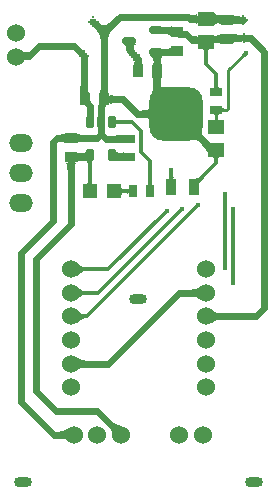
<source format=gtl>
G04*
G04 #@! TF.GenerationSoftware,Altium Limited,Altium Designer,24.10.1 (45)*
G04*
G04 Layer_Physical_Order=1*
G04 Layer_Color=255*
%FSLAX44Y44*%
%MOMM*%
G71*
G04*
G04 #@! TF.SameCoordinates,DE934D07-760A-40F3-A6A2-C4044611B154*
G04*
G04*
G04 #@! TF.FilePolarity,Positive*
G04*
G01*
G75*
G04:AMPARAMS|DCode=13|XSize=1.1mm|YSize=0.6mm|CornerRadius=0.15mm|HoleSize=0mm|Usage=FLASHONLY|Rotation=270.000|XOffset=0mm|YOffset=0mm|HoleType=Round|Shape=RoundedRectangle|*
%AMROUNDEDRECTD13*
21,1,1.1000,0.3000,0,0,270.0*
21,1,0.8000,0.6000,0,0,270.0*
1,1,0.3000,-0.1500,-0.4000*
1,1,0.3000,-0.1500,0.4000*
1,1,0.3000,0.1500,0.4000*
1,1,0.3000,0.1500,-0.4000*
%
%ADD13ROUNDEDRECTD13*%
G04:AMPARAMS|DCode=14|XSize=1.15mm|YSize=0.6mm|CornerRadius=0.15mm|HoleSize=0mm|Usage=FLASHONLY|Rotation=180.000|XOffset=0mm|YOffset=0mm|HoleType=Round|Shape=RoundedRectangle|*
%AMROUNDEDRECTD14*
21,1,1.1500,0.3000,0,0,180.0*
21,1,0.8500,0.6000,0,0,180.0*
1,1,0.3000,-0.4250,0.1500*
1,1,0.3000,0.4250,0.1500*
1,1,0.3000,0.4250,-0.1500*
1,1,0.3000,-0.4250,-0.1500*
%
%ADD14ROUNDEDRECTD14*%
%ADD15R,0.7500X1.0000*%
%ADD17R,1.4500X1.1500*%
%ADD18R,0.9500X1.0000*%
G04:AMPARAMS|DCode=19|XSize=4.5mm|YSize=4.5mm|CornerRadius=1.125mm|HoleSize=0mm|Usage=FLASHONLY|Rotation=0.000|XOffset=0mm|YOffset=0mm|HoleType=Round|Shape=RoundedRectangle|*
%AMROUNDEDRECTD19*
21,1,4.5000,2.2500,0,0,0.0*
21,1,2.2500,4.5000,0,0,0.0*
1,1,2.2500,1.1250,-1.1250*
1,1,2.2500,-1.1250,-1.1250*
1,1,2.2500,-1.1250,1.1250*
1,1,2.2500,1.1250,1.1250*
%
%ADD19ROUNDEDRECTD19*%
%ADD20R,0.9500X1.4500*%
%ADD21R,1.0000X0.9500*%
%ADD22R,1.0000X0.7500*%
%ADD34R,1.2000X1.2000*%
%ADD35C,0.6000*%
%ADD36C,0.3000*%
%ADD37C,0.2540*%
%ADD38C,0.5080*%
%ADD39C,1.0000*%
%ADD40O,2.0000X1.5000*%
%ADD41C,1.5240*%
%ADD42O,1.5000X0.9000*%
%ADD43C,0.4000*%
%ADD44C,0.3000*%
G36*
X53779Y317442D02*
X53576Y316927D01*
X53520Y316350D01*
X53610Y315712D01*
X53847Y315011D01*
X54229Y314249D01*
X54758Y313424D01*
X55434Y312538D01*
X56255Y311589D01*
X57223Y310579D01*
X56561Y309916D01*
X57320Y310482D01*
X58618Y309227D01*
X60915Y307270D01*
X61913Y306569D01*
X62811Y306052D01*
X63610Y305720D01*
X64309Y305573D01*
X64907Y305610D01*
X65406Y305833D01*
X65806Y306239D01*
X58821Y296254D01*
X59071Y296810D01*
X59125Y297477D01*
X58981Y298257D01*
X58640Y299149D01*
X58103Y300154D01*
X57368Y301271D01*
X56436Y302500D01*
X53980Y305295D01*
X52771Y306537D01*
X51971Y307304D01*
X50136Y308802D01*
X49311Y309331D01*
X48549Y309713D01*
X47848Y309950D01*
X47210Y310040D01*
X46633Y309984D01*
X46118Y309781D01*
X45665Y309432D01*
X47613Y311381D01*
X47554Y311417D01*
X47345Y311520D01*
X47164Y311581D01*
X47010Y311600D01*
X51960Y316550D01*
X51979Y316396D01*
X52040Y316215D01*
X52143Y316006D01*
X52179Y315947D01*
X54128Y317895D01*
X53779Y317442D01*
D02*
G37*
G36*
X-12590Y306681D02*
X-12650Y306817D01*
X-12830Y306940D01*
X-13130Y307048D01*
X-13550Y307141D01*
X-14090Y307220D01*
X-15530Y307335D01*
X-18590Y307400D01*
Y313400D01*
X-17450Y313407D01*
X-13550Y313659D01*
X-13130Y313753D01*
X-12830Y313861D01*
X-12650Y313983D01*
X-12590Y314120D01*
Y306681D01*
D02*
G37*
G36*
X-52120Y315293D02*
X-51940Y315000D01*
X-51640Y314742D01*
X-51220Y314519D01*
X-50680Y314330D01*
X-50020Y314175D01*
X-49240Y314055D01*
X-48340Y313969D01*
X-46180Y313900D01*
Y307900D01*
X-47320Y307883D01*
X-49240Y307745D01*
X-50020Y307625D01*
X-50680Y307470D01*
X-51220Y307281D01*
X-51640Y307057D01*
X-51940Y306799D01*
X-52120Y306507D01*
X-52180Y306180D01*
Y315619D01*
X-52120Y315293D01*
D02*
G37*
G36*
X-62119Y306180D02*
X-62179Y306507D01*
X-62359Y306799D01*
X-62659Y307057D01*
X-63079Y307281D01*
X-63619Y307470D01*
X-64279Y307625D01*
X-65059Y307745D01*
X-65959Y307831D01*
X-68119Y307900D01*
Y313900D01*
X-66979Y313917D01*
X-65059Y314055D01*
X-64279Y314175D01*
X-63619Y314330D01*
X-63079Y314519D01*
X-62659Y314742D01*
X-62359Y315000D01*
X-62179Y315293D01*
X-62119Y315619D01*
Y306180D01*
D02*
G37*
G36*
X-43351Y291460D02*
X-43024D01*
X-43055Y291935D01*
X-43148Y292321D01*
X-43254Y292603D01*
X-43373Y292780D01*
X-39127D01*
X-39246Y292603D01*
X-39351Y292321D01*
X-39445Y291935D01*
X-39523Y291460D01*
X-38690D01*
X-38892Y291299D01*
X-39072Y291096D01*
X-39231Y290854D01*
X-39369Y290571D01*
X-39485Y290247D01*
X-39580Y289883D01*
X-39655Y289478D01*
X-39681Y289258D01*
X-39744Y287421D01*
X-39750Y286302D01*
X-42750D01*
X-42756Y287421D01*
X-42919Y289880D01*
X-42919Y289883D01*
X-43015Y290247D01*
X-43131Y290571D01*
X-43269Y290854D01*
X-43428Y291096D01*
X-43588Y291276D01*
X-43597Y291281D01*
X-43960Y291411D01*
X-44414Y291525D01*
X-44957Y291625D01*
X-46313Y291778D01*
X-47730Y291854D01*
X-49240Y291745D01*
X-50020Y291625D01*
X-50680Y291470D01*
X-51220Y291281D01*
X-51641Y291057D01*
X-51940Y290800D01*
X-52120Y290507D01*
X-52181Y290180D01*
X-52555Y290121D01*
X-52889Y289940D01*
X-53185Y289641D01*
X-53441Y289221D01*
X-53658Y288680D01*
X-53835Y288020D01*
X-53973Y287241D01*
X-54071Y286341D01*
X-54150Y284181D01*
X-60150D01*
X-60170Y285320D01*
X-60327Y287241D01*
X-60465Y288020D01*
X-60642Y288680D01*
X-60859Y289221D01*
X-61115Y289641D01*
X-61410Y289940D01*
X-61745Y290121D01*
X-62119Y290180D01*
X-52181D01*
Y299620D01*
X-52120Y299293D01*
X-51940Y299000D01*
X-51641Y298743D01*
X-51220Y298519D01*
X-50680Y298330D01*
X-50020Y298175D01*
X-49240Y298055D01*
X-48452Y297979D01*
X-47970Y298020D01*
X-47029Y298169D01*
X-46220Y298379D01*
X-45543Y298648D01*
X-44999Y298978D01*
X-44587Y299367D01*
X-44307Y299816D01*
X-44159Y300325D01*
X-44143Y300894D01*
X-43351Y291460D01*
D02*
G37*
G36*
X68044Y298223D02*
X67938Y297941D01*
X67845Y297555D01*
X67764Y297064D01*
X67640Y295769D01*
X67607Y294831D01*
X69040D01*
X68755Y294801D01*
X68500Y294710D01*
X68275Y294558D01*
X68080Y294346D01*
X67915Y294073D01*
X67780Y293740D01*
X67675Y293346D01*
X67600Y292891D01*
X67555Y292376D01*
X67540Y291800D01*
X64540D01*
X64525Y292376D01*
X64480Y292891D01*
X64405Y293346D01*
X64300Y293740D01*
X64165Y294073D01*
X64000Y294346D01*
X63805Y294558D01*
X63580Y294710D01*
X63325Y294801D01*
X63040Y294831D01*
X64415D01*
X64235Y297555D01*
X64142Y297941D01*
X64036Y298223D01*
X63917Y298400D01*
X68163D01*
X68044Y298223D01*
D02*
G37*
G36*
X-19563Y300816D02*
X-19396Y300309D01*
X-19096Y299862D01*
X-18662Y299474D01*
X-18095Y299146D01*
X-17393Y298877D01*
X-16558Y298668D01*
X-15626Y298525D01*
X-13549Y298659D01*
X-13130Y298752D01*
X-12830Y298860D01*
X-12650Y298983D01*
X-12589Y299119D01*
Y291680D01*
X-12650Y291817D01*
X-12830Y291940D01*
X-13130Y292047D01*
X-13549Y292141D01*
X-14089Y292220D01*
X-15247Y292313D01*
X-16784Y292198D01*
X-17505Y292084D01*
X-18761Y291780D01*
X-19295Y291591D01*
X-19767Y291376D01*
X-20177Y291136D01*
X-19596Y301383D01*
X-19563Y300816D01*
D02*
G37*
G36*
X29455Y279524D02*
X29500Y279009D01*
X29575Y278554D01*
X29680Y278160D01*
X29815Y277827D01*
X29980Y277554D01*
X30175Y277342D01*
X30400Y277190D01*
X30655Y277099D01*
X30940Y277069D01*
X24940D01*
X25225Y277099D01*
X25480Y277190D01*
X25705Y277342D01*
X25900Y277554D01*
X26065Y277827D01*
X26200Y278160D01*
X26305Y278554D01*
X26380Y279009D01*
X26425Y279524D01*
X26440Y280100D01*
X29440D01*
X29455Y279524D01*
D02*
G37*
G36*
X55341Y277450D02*
X54575Y276662D01*
X52868Y274642D01*
X52498Y274083D01*
X52226Y273582D01*
X52053Y273137D01*
X51979Y272750D01*
X52005Y272420D01*
X52129Y272147D01*
X48627Y277069D01*
X48826Y276871D01*
X49075Y276764D01*
X49374Y276750D01*
X49723Y276827D01*
X50122Y276996D01*
X50572Y277257D01*
X51071Y277610D01*
X51620Y278055D01*
X52870Y279221D01*
X55341Y277450D01*
D02*
G37*
G36*
X-39735Y274464D02*
X-39690Y273948D01*
X-39615Y273494D01*
X-39510Y273100D01*
X-39375Y272767D01*
X-39210Y272494D01*
X-39015Y272282D01*
X-38790Y272130D01*
X-38535Y272039D01*
X-38250Y272009D01*
X-44250D01*
X-43965Y272039D01*
X-43710Y272130D01*
X-43485Y272282D01*
X-43290Y272494D01*
X-43125Y272767D01*
X-42990Y273100D01*
X-42885Y273494D01*
X-42810Y273948D01*
X-42765Y274464D01*
X-42750Y275039D01*
X-39750D01*
X-39735Y274464D01*
D02*
G37*
G36*
X11555Y273470D02*
X11600Y272959D01*
X11675Y272509D01*
X11780Y272120D01*
X11915Y271789D01*
X12080Y271520D01*
X12275Y271310D01*
X12500Y271159D01*
X12755Y271070D01*
X13040Y271040D01*
X7040D01*
X7325Y271070D01*
X7580Y271159D01*
X7805Y271310D01*
X8000Y271520D01*
X8165Y271789D01*
X8300Y272120D01*
X8405Y272509D01*
X8480Y272959D01*
X8525Y273470D01*
X8540Y274039D01*
X11540D01*
X11555Y273470D01*
D02*
G37*
G36*
X-8649Y263070D02*
X-8679Y263355D01*
X-8770Y263610D01*
X-8922Y263835D01*
X-9134Y264030D01*
X-9407Y264195D01*
X-9740Y264330D01*
X-10134Y264435D01*
X-10589Y264510D01*
X-11104Y264555D01*
X-11480Y264565D01*
X-11856Y264555D01*
X-12371Y264510D01*
X-12826Y264435D01*
X-13220Y264330D01*
X-13553Y264195D01*
X-13826Y264030D01*
X-14038Y263835D01*
X-14190Y263610D01*
X-14281Y263355D01*
X-14311Y263070D01*
Y269070D01*
X-14281Y268785D01*
X-14190Y268530D01*
X-14038Y268305D01*
X-13826Y268110D01*
X-13553Y267945D01*
X-13220Y267810D01*
X-12826Y267705D01*
X-12371Y267630D01*
X-11856Y267585D01*
X-11480Y267575D01*
X-11104Y267585D01*
X-10589Y267630D01*
X-10134Y267705D01*
X-9740Y267810D01*
X-9407Y267945D01*
X-9134Y268110D01*
X-8922Y268305D01*
X-8770Y268530D01*
X-8679Y268785D01*
X-8649Y269070D01*
Y263070D01*
D02*
G37*
G36*
X-50816Y204606D02*
X-49386Y203379D01*
X-48698Y202880D01*
X-48029Y202458D01*
X-47378Y202113D01*
X-46745Y201845D01*
X-46131Y201653D01*
X-45535Y201538D01*
X-44957Y201500D01*
Y198500D01*
X-45535Y198462D01*
X-46131Y198347D01*
X-46745Y198155D01*
X-47378Y197887D01*
X-48029Y197542D01*
X-48698Y197120D01*
X-49386Y196621D01*
X-50092Y196046D01*
X-51558Y194666D01*
Y205334D01*
X-50816Y204606D01*
D02*
G37*
G36*
X51518Y174666D02*
X51045Y175110D01*
X50541Y175506D01*
X50005Y175856D01*
X49439Y176160D01*
X48841Y176416D01*
X48211Y176627D01*
X47551Y176790D01*
X46860Y176907D01*
X46137Y176977D01*
X45383Y177000D01*
Y183000D01*
X46137Y183023D01*
X46860Y183093D01*
X47551Y183210D01*
X48211Y183373D01*
X48841Y183584D01*
X49439Y183840D01*
X50005Y184144D01*
X50541Y184494D01*
X51045Y184890D01*
X51518Y185334D01*
Y174666D01*
D02*
G37*
G36*
X-50816Y184606D02*
X-49386Y183379D01*
X-48698Y182880D01*
X-48029Y182458D01*
X-47378Y182113D01*
X-46745Y181845D01*
X-46131Y181653D01*
X-45535Y181538D01*
X-44957Y181500D01*
Y178500D01*
X-45535Y178462D01*
X-46131Y178347D01*
X-46745Y178155D01*
X-47378Y177887D01*
X-48029Y177542D01*
X-48698Y177120D01*
X-49386Y176621D01*
X-50092Y176046D01*
X-51558Y174666D01*
Y185334D01*
X-50816Y184606D01*
D02*
G37*
G36*
X62875Y164891D02*
X63379Y164494D01*
X63915Y164144D01*
X64481Y163840D01*
X65079Y163584D01*
X65708Y163373D01*
X66369Y163210D01*
X67060Y163093D01*
X67783Y163023D01*
X68537Y163000D01*
Y157000D01*
X67783Y156977D01*
X67060Y156907D01*
X66369Y156790D01*
X65708Y156627D01*
X65079Y156417D01*
X64481Y156160D01*
X63915Y155856D01*
X63379Y155506D01*
X62875Y155110D01*
X62402Y154666D01*
Y165334D01*
X62875Y164891D01*
D02*
G37*
G36*
X-50816Y164606D02*
X-49386Y163379D01*
X-48698Y162880D01*
X-48029Y162458D01*
X-47378Y162113D01*
X-46745Y161845D01*
X-46131Y161653D01*
X-45535Y161538D01*
X-44957Y161500D01*
Y158500D01*
X-45535Y158462D01*
X-46131Y158347D01*
X-46745Y158155D01*
X-47378Y157887D01*
X-48029Y157542D01*
X-48698Y157120D01*
X-49386Y156621D01*
X-50092Y156046D01*
X-51558Y154666D01*
Y165334D01*
X-50816Y164606D01*
D02*
G37*
G36*
X-51085Y124891D02*
X-50581Y124494D01*
X-50045Y124144D01*
X-49479Y123840D01*
X-48881Y123583D01*
X-48252Y123373D01*
X-47591Y123210D01*
X-46900Y123093D01*
X-46177Y123023D01*
X-45423Y123000D01*
Y117000D01*
X-46177Y116977D01*
X-46900Y116907D01*
X-47591Y116790D01*
X-48252Y116627D01*
X-48881Y116417D01*
X-49479Y116160D01*
X-50045Y115856D01*
X-50581Y115506D01*
X-51085Y115110D01*
X-51558Y114666D01*
Y125334D01*
X-51085Y124891D01*
D02*
G37*
G36*
X-20125Y69791D02*
X-19564Y69329D01*
X-18993Y68923D01*
X-18411Y68572D01*
X-17817Y68275D01*
X-17213Y68034D01*
X-16598Y67848D01*
X-15971Y67717D01*
X-15334Y67641D01*
X-14686Y67620D01*
X-22230Y60076D01*
X-22251Y60724D01*
X-22327Y61361D01*
X-22458Y61988D01*
X-22644Y62603D01*
X-22885Y63207D01*
X-23181Y63801D01*
X-23533Y64383D01*
X-23939Y64955D01*
X-24401Y65515D01*
X-24917Y66065D01*
X-20675Y70307D01*
X-20125Y69791D01*
D02*
G37*
G36*
X-60052Y54666D02*
X-60525Y55110D01*
X-61029Y55506D01*
X-61565Y55856D01*
X-62132Y56160D01*
X-62729Y56417D01*
X-63358Y56627D01*
X-64019Y56790D01*
X-64710Y56907D01*
X-65433Y56977D01*
X-66187Y57000D01*
Y63000D01*
X-65433Y63023D01*
X-64710Y63093D01*
X-64019Y63210D01*
X-63358Y63373D01*
X-62729Y63583D01*
X-62132Y63840D01*
X-61565Y64144D01*
X-61029Y64494D01*
X-60525Y64890D01*
X-60052Y65334D01*
Y54666D01*
D02*
G37*
G36*
X-21702Y403425D02*
X-22508Y402559D01*
X-23230Y401658D01*
X-23866Y400721D01*
X-24418Y399750D01*
X-24884Y398743D01*
X-25266Y397701D01*
X-25563Y396624D01*
X-25775Y395512D01*
X-25903Y394365D01*
X-25945Y393182D01*
X-31945D01*
X-31988Y394365D01*
X-32115Y395512D01*
X-32327Y396624D01*
X-32624Y397701D01*
X-33006Y398743D01*
X-33472Y399750D01*
X-34024Y400721D01*
X-34660Y401658D01*
X-35382Y402559D01*
X-36188Y403425D01*
X-33188Y408910D01*
X-32339Y408147D01*
X-31491Y407553D01*
X-30642Y407128D01*
X-29794Y406874D01*
X-28945Y406789D01*
X-28096Y406874D01*
X-27248Y407128D01*
X-26400Y407553D01*
X-25551Y408147D01*
X-24702Y408910D01*
X-21702Y403425D01*
D02*
G37*
G36*
X79960Y415623D02*
X80140Y415331D01*
X80440Y415073D01*
X80859Y414849D01*
X81399Y414660D01*
X82059Y414505D01*
X82839Y414385D01*
X83740Y414299D01*
X85899Y414230D01*
Y408230D01*
X84760Y408213D01*
X82839Y408075D01*
X82059Y407955D01*
X81399Y407800D01*
X80859Y407611D01*
X80440Y407388D01*
X80140Y407130D01*
X79960Y406837D01*
X79900Y406511D01*
Y415950D01*
X79960Y415623D01*
D02*
G37*
G36*
X64429Y417025D02*
X64609Y416515D01*
X64910Y416065D01*
X65329Y415675D01*
X65869Y415345D01*
X66529Y415075D01*
X67309Y414865D01*
X67682Y414803D01*
X67800Y414812D01*
X68460Y414934D01*
X69001Y415083D01*
X69420Y415259D01*
X69721Y415462D01*
X69900Y415692D01*
X69960Y415950D01*
Y414606D01*
X70370Y414595D01*
Y408595D01*
X69960Y408587D01*
Y406511D01*
X69900Y406907D01*
X69721Y407261D01*
X69420Y407574D01*
X69001Y407845D01*
X68460Y408074D01*
X67800Y408261D01*
X67235Y408367D01*
X66529Y408218D01*
X65869Y408006D01*
X65329Y407747D01*
X64910Y407441D01*
X64609Y407088D01*
X64429Y406688D01*
X64370Y406241D01*
Y408587D01*
X63960Y408595D01*
Y414595D01*
X64370Y414600D01*
Y417595D01*
X64429Y417025D01*
D02*
G37*
G36*
X49931Y406241D02*
X49871Y406757D01*
X49690Y407220D01*
X49391Y407627D01*
X48970Y407981D01*
X48431Y408280D01*
X47771Y408525D01*
X46990Y408715D01*
X46090Y408851D01*
X45071Y408933D01*
X43931Y408960D01*
Y414960D01*
X45071Y414987D01*
X46090Y415069D01*
X46990Y415205D01*
X47771Y415395D01*
X48431Y415640D01*
X48970Y415939D01*
X49391Y416293D01*
X49690Y416701D01*
X49871Y417163D01*
X49931Y417679D01*
Y406241D01*
D02*
G37*
G36*
X28050Y396350D02*
X27990Y396875D01*
X27810Y397344D01*
X27510Y397758D01*
X27090Y398116D01*
X26550Y398420D01*
X25890Y398668D01*
X25110Y398862D01*
X24210Y398999D01*
X23191Y399082D01*
X22050Y399110D01*
Y405110D01*
X23191Y405117D01*
X27090Y405354D01*
X27510Y405443D01*
X27810Y405545D01*
X27990Y405660D01*
X28050Y405789D01*
Y396350D01*
D02*
G37*
G36*
X79958Y399695D02*
X80135Y399467D01*
X80429Y399266D01*
X80842Y399092D01*
X81372Y398945D01*
X82019Y398824D01*
X82785Y398731D01*
X84669Y398623D01*
X85788Y398610D01*
Y392610D01*
X84669Y392589D01*
X82785Y392421D01*
X82019Y392274D01*
X81372Y392085D01*
X80842Y391854D01*
X80429Y391581D01*
X80135Y391266D01*
X79958Y390909D01*
X79900Y390510D01*
Y399949D01*
X79958Y399695D01*
D02*
G37*
G36*
X69960Y390510D02*
X69910Y390749D01*
X69759Y390963D01*
X69506Y391152D01*
X69153Y391315D01*
X68699Y391453D01*
X68144Y391566D01*
X67488Y391654D01*
X65873Y391755D01*
X64915Y391767D01*
Y397767D01*
X65878Y397788D01*
X67501Y397952D01*
X68160Y398095D01*
X68719Y398279D01*
X69176Y398504D01*
X69531Y398770D01*
X69786Y399077D01*
X69939Y399424D01*
X69991Y399813D01*
X69960Y390510D01*
D02*
G37*
G36*
X49961Y390130D02*
X49918Y390352D01*
X49791Y390550D01*
X49581Y390726D01*
X49287Y390878D01*
X48909Y391007D01*
X48447Y391112D01*
X47901Y391194D01*
X47271Y391252D01*
X45761Y391299D01*
Y397299D01*
X46553Y397303D01*
X49555Y397485D01*
X49764Y397542D01*
X49889Y397607D01*
X49931Y397679D01*
X49961Y390130D01*
D02*
G37*
G36*
X-2720Y390241D02*
X-3023Y389908D01*
X-3291Y389513D01*
X-3523Y389056D01*
X-3719Y388535D01*
X-3880Y387953D01*
X-4005Y387307D01*
X-4094Y386599D01*
X-4148Y385829D01*
X-4165Y384995D01*
X-10165D01*
X-10186Y385990D01*
X-10352Y387661D01*
X-10497Y388337D01*
X-10683Y388907D01*
X-10911Y389370D01*
X-11180Y389727D01*
X-11490Y389978D01*
X-11842Y390123D01*
X-12236Y390162D01*
X-2380Y390510D01*
X-2720Y390241D01*
D02*
G37*
G36*
X59154Y389663D02*
X59049Y389381D01*
X58955Y388995D01*
X58874Y388504D01*
X58750Y387209D01*
X58717Y386271D01*
X60150D01*
X59865Y386241D01*
X59610Y386150D01*
X59385Y385998D01*
X59190Y385786D01*
X59025Y385513D01*
X58890Y385180D01*
X58785Y384786D01*
X58710Y384332D01*
X58665Y383816D01*
X58650Y383241D01*
X55650D01*
X55635Y383816D01*
X55590Y384332D01*
X55515Y384786D01*
X55410Y385180D01*
X55275Y385513D01*
X55110Y385786D01*
X54915Y385998D01*
X54690Y386150D01*
X54435Y386241D01*
X54150Y386271D01*
X55525D01*
X55345Y388995D01*
X55251Y389381D01*
X55146Y389663D01*
X55027Y389840D01*
X59273D01*
X59154Y389663D01*
D02*
G37*
G36*
X90832Y381403D02*
X90789Y381395D01*
X90733Y381370D01*
X90663Y381328D01*
X90581Y381269D01*
X90376Y381102D01*
X90119Y380866D01*
X89809Y380564D01*
X88013Y382360D01*
X88173Y382521D01*
X88777Y383214D01*
X88819Y383284D01*
X88844Y383340D01*
X88852Y383383D01*
X90832Y381403D01*
D02*
G37*
G36*
X28050Y380350D02*
X27991Y380392D01*
X27810Y380429D01*
X27510Y380462D01*
X26551Y380515D01*
X22050Y380570D01*
Y386570D01*
X23191Y386600D01*
X24211Y386690D01*
X25110Y386840D01*
X25891Y387050D01*
X26551Y387320D01*
X27090Y387650D01*
X27510Y388040D01*
X27810Y388490D01*
X27991Y389000D01*
X28050Y389570D01*
Y380350D01*
D02*
G37*
G36*
X-98030Y384804D02*
X-97679Y384556D01*
X-97268Y384336D01*
X-96798Y384146D01*
X-96268Y383985D01*
X-95678Y383854D01*
X-95029Y383752D01*
X-94320Y383679D01*
X-92723Y383620D01*
X-92460Y377620D01*
X-93235Y377603D01*
X-94609Y377466D01*
X-95208Y377346D01*
X-95749Y377192D01*
X-96231Y377003D01*
X-96654Y376781D01*
X-97019Y376523D01*
X-97325Y376232D01*
X-97573Y375907D01*
X-98322Y385082D01*
X-98030Y384804D01*
D02*
G37*
G36*
X2860Y376973D02*
X3010Y375261D01*
X3142Y374565D01*
X3311Y373977D01*
X3517Y373495D01*
X3762Y373121D01*
X4043Y372854D01*
X4363Y372693D01*
X4719Y372640D01*
X-4719D01*
X-4423Y372693D01*
X-4158Y372854D01*
X-3924Y373121D01*
X-3721Y373495D01*
X-3549Y373977D01*
X-3409Y374565D01*
X-3299Y375261D01*
X-3221Y376063D01*
X-3159Y377989D01*
X2841D01*
X2860Y376973D01*
D02*
G37*
G36*
X20312Y380751D02*
X20036Y380407D01*
X19793Y379977D01*
X19583Y379461D01*
X19405Y378860D01*
X19259Y378173D01*
X19146Y377401D01*
X19085Y376555D01*
X19155Y375579D01*
X19275Y374799D01*
X19430Y374140D01*
X19619Y373600D01*
X19842Y373180D01*
X20101Y372879D01*
X20393Y372700D01*
X20719Y372640D01*
X11280D01*
X11607Y372700D01*
X11899Y372879D01*
X12157Y373180D01*
X12381Y373600D01*
X12570Y374140D01*
X12725Y374799D01*
X12845Y375579D01*
X12896Y376107D01*
X12880Y376248D01*
X12730Y377014D01*
X12520Y377730D01*
X12250Y378399D01*
X11920Y379018D01*
X11530Y379589D01*
X11080Y380112D01*
X10570Y380585D01*
X10000Y381011D01*
X20619D01*
X20312Y380751D01*
D02*
G37*
G36*
X67555Y355914D02*
X67600Y355399D01*
X67675Y354944D01*
X67780Y354550D01*
X67915Y354217D01*
X68080Y353944D01*
X68275Y353732D01*
X68500Y353580D01*
X68755Y353489D01*
X69040Y353459D01*
X63040D01*
X63325Y353489D01*
X63580Y353580D01*
X63805Y353732D01*
X64000Y353944D01*
X64165Y354217D01*
X64300Y354550D01*
X64405Y354944D01*
X64480Y355399D01*
X64525Y355914D01*
X64540Y356489D01*
X67540D01*
X67555Y355914D01*
D02*
G37*
G36*
X-25928Y353794D02*
X-25790Y351874D01*
X-25670Y351094D01*
X-25515Y350434D01*
X-25326Y349894D01*
X-25103Y349474D01*
X-24845Y349174D01*
X-24552Y348994D01*
X-24225Y348934D01*
X-33665D01*
X-33338Y348994D01*
X-33046Y349174D01*
X-32788Y349474D01*
X-32564Y349894D01*
X-32375Y350434D01*
X-32220Y351094D01*
X-32100Y351874D01*
X-32014Y352774D01*
X-31945Y354934D01*
X-25945D01*
X-25928Y353794D01*
D02*
G37*
G36*
X-43071Y353794D02*
X-42985Y352774D01*
X-42841Y351874D01*
X-42640Y351094D01*
X-42381Y350434D01*
X-42065Y349894D01*
X-41691Y349474D01*
X-41260Y349174D01*
X-40772Y348994D01*
X-40226Y348934D01*
X-49665D01*
X-49557Y348994D01*
X-49461Y349174D01*
X-49377Y349474D01*
X-49303Y349894D01*
X-49241Y350434D01*
X-49123Y352774D01*
X-49100Y354934D01*
X-43100D01*
X-43071Y353794D01*
D02*
G37*
G36*
X20321Y362640D02*
X19964Y362461D01*
X19649Y362160D01*
X19376Y361740D01*
X19145Y361200D01*
X18956Y360541D01*
X18809Y359761D01*
X18704Y358861D01*
X18669Y358298D01*
X18890Y356218D01*
X19100Y355361D01*
X19370Y354688D01*
X19700Y354199D01*
X20090Y353893D01*
X20540Y353770D01*
X21050Y353830D01*
X21620Y354074D01*
X18740Y352464D01*
X18741Y352450D01*
X18809Y352091D01*
X18892Y351782D01*
X18990Y351523D01*
X19103Y351315D01*
X19232Y351156D01*
X19375Y351048D01*
X13071Y349294D01*
X10682Y347959D01*
X11050Y348615D01*
X11380Y349319D01*
X11671Y350070D01*
X11923Y350868D01*
X12136Y351714D01*
X12310Y352607D01*
X12543Y354535D01*
X12601Y355571D01*
X12620Y356653D01*
X12707Y356701D01*
X12620D01*
X12607Y357840D01*
X12406Y360541D01*
X12285Y361200D01*
X12138Y361740D01*
X11964Y362160D01*
X11763Y362461D01*
X11535Y362640D01*
X11280Y362701D01*
X20719D01*
X20321Y362640D01*
D02*
G37*
G36*
X-24165Y348560D02*
X-23986Y348225D01*
X-23686Y347930D01*
X-23266Y347674D01*
X-22726Y347457D01*
X-22065Y347280D01*
X-21286Y347142D01*
X-20385Y347043D01*
X-18226Y346965D01*
Y340965D01*
X-19366Y340945D01*
X-21286Y340787D01*
X-22065Y340650D01*
X-22726Y340472D01*
X-23266Y340256D01*
X-23686Y340000D01*
X-23986Y339704D01*
X-24165Y339369D01*
X-24225Y338995D01*
Y348934D01*
X-24165Y348560D01*
D02*
G37*
G36*
X71035Y337069D02*
X71111Y336853D01*
X71238Y336662D01*
X71416Y336497D01*
X71645Y336357D01*
X71924Y336243D01*
X72254Y336154D01*
X72635Y336091D01*
X73067Y336053D01*
X73549Y336040D01*
Y333500D01*
X73067Y333487D01*
X72635Y333449D01*
X72254Y333386D01*
X71924Y333297D01*
X71645Y333182D01*
X71416Y333043D01*
X71238Y332878D01*
X71111Y332687D01*
X71035Y332471D01*
X71009Y332230D01*
Y337310D01*
X71035Y337069D01*
D02*
G37*
G36*
X13389Y328100D02*
X13267Y328195D01*
X13095Y328280D01*
X12875Y328355D01*
X12605Y328420D01*
X12287Y328475D01*
X11503Y328555D01*
X10523Y328595D01*
X9960Y328600D01*
Y334600D01*
X10523Y334605D01*
X12287Y334725D01*
X12605Y334780D01*
X12875Y334845D01*
X13095Y334920D01*
X13267Y335005D01*
X13389Y335100D01*
Y328100D01*
D02*
G37*
G36*
X68339Y331055D02*
X68123Y330978D01*
X67932Y330850D01*
X67767Y330670D01*
X67628Y330438D01*
X67513Y330156D01*
X67424Y329821D01*
X67361Y329436D01*
X67323Y328999D01*
X67313Y328645D01*
X67323Y328291D01*
X67361Y327854D01*
X67424Y327468D01*
X67513Y327134D01*
X67628Y326852D01*
X67767Y326620D01*
X67932Y326440D01*
X68123Y326312D01*
X68339Y326235D01*
X68580Y326209D01*
X63500D01*
X63741Y326235D01*
X63957Y326312D01*
X64148Y326440D01*
X64313Y326620D01*
X64453Y326852D01*
X64567Y327134D01*
X64656Y327468D01*
X64719Y327854D01*
X64757Y328291D01*
X64767Y328645D01*
X64757Y328999D01*
X64719Y329436D01*
X64656Y329821D01*
X64567Y330156D01*
X64453Y330438D01*
X64313Y330670D01*
X64148Y330850D01*
X63957Y330978D01*
X63741Y331055D01*
X63500Y331081D01*
X68580D01*
X68339Y331055D01*
D02*
G37*
G36*
X9486Y325600D02*
X9426Y326170D01*
X9245Y326680D01*
X8943Y327130D01*
X8521Y327520D01*
X7979Y327850D01*
X7315Y328120D01*
X6531Y328330D01*
X5627Y328480D01*
X4602Y328570D01*
X3456Y328600D01*
Y334600D01*
X4602Y334630D01*
X5627Y334720D01*
X6531Y334870D01*
X7315Y335080D01*
X7979Y335350D01*
X8521Y335680D01*
X8943Y336070D01*
X9245Y336520D01*
X9426Y337030D01*
X9486Y337600D01*
Y325600D01*
D02*
G37*
G36*
X-19252Y327235D02*
X-19161Y326980D01*
X-19009Y326755D01*
X-18797Y326560D01*
X-18524Y326395D01*
X-18191Y326260D01*
X-17797Y326155D01*
X-17343Y326080D01*
X-16827Y326035D01*
X-16252Y326020D01*
Y323020D01*
X-16827Y323005D01*
X-17343Y322960D01*
X-17797Y322885D01*
X-18191Y322780D01*
X-18524Y322645D01*
X-18797Y322480D01*
X-19009Y322285D01*
X-19161Y322060D01*
X-19252Y321805D01*
X-19282Y321520D01*
Y327520D01*
X-19252Y327235D01*
D02*
G37*
D13*
X-41250Y296520D02*
D03*
X-22250Y296520D02*
D03*
X-41250Y324520D02*
D03*
X-31750Y324520D02*
D03*
X-22250Y324520D02*
D03*
D14*
X-7690Y393070D02*
D03*
X15310Y402570D02*
D03*
X15310Y383570D02*
D03*
D15*
X-4960Y266070D02*
D03*
X10040Y266070D02*
D03*
D17*
X66040Y320520D02*
D03*
Y300520D02*
D03*
X57150Y411960D02*
D03*
Y391960D02*
D03*
D18*
X16000Y367670D02*
D03*
X0Y367670D02*
D03*
X-28945Y343965D02*
D03*
X-44945Y343965D02*
D03*
D19*
X31960Y331600D02*
D03*
D20*
X47440Y269880D02*
D03*
X27940Y269880D02*
D03*
D21*
X74930Y395230D02*
D03*
Y411230D02*
D03*
X-57150Y294900D02*
D03*
X-57150Y310900D02*
D03*
X33020Y401070D02*
D03*
X33020Y385070D02*
D03*
D22*
X66040Y349770D02*
D03*
Y334770D02*
D03*
X-7620Y295400D02*
D03*
X-7620Y310400D02*
D03*
D34*
X-41250Y266070D02*
D03*
X-20250Y266070D02*
D03*
D35*
X-69850Y80010D02*
X-34620D01*
X-86360Y96520D02*
Y208920D01*
Y96520D02*
X-69850Y80010D01*
X-34620D02*
X-14610Y60000D01*
X-71430D02*
X-54610D01*
X-99060Y87630D02*
Y214000D01*
Y87630D02*
X-71430Y60000D01*
X56960Y160000D02*
X99670D01*
X106680Y167010D02*
Y384180D01*
X95250Y395610D02*
X106680Y384180D01*
X89380Y395610D02*
X95250D01*
X75310D02*
X85788D01*
X99670Y160000D02*
X106680Y167010D01*
X-57000Y120000D02*
X-25420D01*
X34580Y180000D02*
X56960D01*
X-25420Y120000D02*
X34580Y180000D01*
X57903Y392713D02*
X58739Y391877D01*
X56316Y394299D02*
X57903Y392713D01*
X46960Y316600D02*
X60290Y303270D01*
X63290D01*
X66040Y300520D01*
X-92460Y380620D02*
X-83820Y389260D01*
X-103380Y380620D02*
X-92460D01*
X-104000Y380000D02*
X-103380Y380620D01*
X-54610Y389260D02*
X-46100Y380750D01*
X74930Y411230D02*
X89000D01*
X16000Y367670D02*
Y383570D01*
X15620Y349092D02*
Y367670D01*
X74565Y411595D02*
X74930Y411230D01*
X74467Y394767D02*
X75310Y395610D01*
X57903Y392713D02*
X59900Y394710D01*
X57150Y391960D02*
X57903Y392713D01*
X34770Y399320D02*
X40740D01*
X33020Y401070D02*
X34770Y399320D01*
X45761Y394299D02*
X56316D01*
X40740Y399320D02*
X45761Y394299D01*
X59900Y394710D02*
X64857D01*
X64915Y394767D02*
X74467D01*
X64857Y394710D02*
X64915Y394767D01*
X-15980Y413390D02*
X41910D01*
X43340Y411960D01*
X57150D01*
X57515Y411595D01*
X74565D01*
X-28945Y400425D02*
X-15980Y413390D01*
X15770Y402110D02*
X31980D01*
X14110Y383570D02*
X15310D01*
X16000Y383570D02*
X31520D01*
X15310D02*
X16000D01*
X31520D02*
X33020Y385070D01*
X-7165Y384995D02*
X-159Y377989D01*
X-7165Y384995D02*
Y393070D01*
X-46100Y343540D02*
Y380750D01*
X-28945Y343965D02*
Y400425D01*
X-38100Y409580D02*
X-28945Y400425D01*
X-159Y367829D02*
Y377989D01*
Y367829D02*
X0Y367670D01*
X-7690Y393070D02*
X-7165D01*
X-760Y331600D02*
X16960D01*
X-13125Y343965D02*
X-760Y331600D01*
X-28945Y343965D02*
X-13125D01*
X15620Y349092D02*
X16960Y347752D01*
Y346670D02*
Y347752D01*
X-68875Y310900D02*
X-57150D01*
X-72390Y307385D02*
X-68875Y310900D01*
X-72390Y240670D02*
Y307385D01*
X-99060Y214000D02*
X-72390Y240670D01*
X-86360Y208920D02*
X-57150Y238130D01*
Y294900D01*
X-41250D01*
Y296520D01*
X-22250Y295400D02*
Y296520D01*
Y295400D02*
X-7620D01*
X-27735Y310400D02*
X-7620D01*
X-31750Y314415D02*
X-27735Y310400D01*
X-35265Y310900D02*
X-31750Y314415D01*
X-57150Y310900D02*
X-35265D01*
X-31750Y314415D02*
Y324520D01*
X-41250Y327020D02*
X-41202Y327068D01*
X-43195Y340385D02*
X-41202Y338392D01*
Y327068D02*
Y338392D01*
X-41250Y324520D02*
Y327020D01*
X-43195Y340385D02*
Y341965D01*
X-46100Y343290D02*
X-44520D01*
X-43195Y341965D01*
X-31653Y338450D02*
X-30695Y339407D01*
X-31653Y327996D02*
Y338450D01*
X-30695Y339407D02*
Y342945D01*
X-46100Y343290D02*
Y343540D01*
X-83820Y389260D02*
X-54610D01*
D36*
X50690Y275630D02*
X51400D01*
X47440Y272380D02*
X50690Y275630D01*
X47440Y269880D02*
Y272380D01*
X66040Y290270D02*
Y300520D01*
X51400Y275630D02*
X66040Y290270D01*
X27940Y269880D02*
Y283850D01*
X73660Y201300D02*
Y263530D01*
X80010Y188600D02*
Y250830D01*
X-25430Y200000D02*
X24130Y249560D01*
X-57000Y200000D02*
X-25430D01*
X-57000Y180000D02*
X-34000D01*
X36830Y250830D01*
X-43840Y160000D02*
X50800Y254640D01*
X-57000Y160000D02*
X-43840D01*
X57150Y374020D02*
Y391960D01*
X66040Y349770D02*
Y365130D01*
X57150Y374020D02*
X66040Y365130D01*
X-20250Y266070D02*
X-4960D01*
X-5110Y324520D02*
X2540Y316870D01*
Y298875D02*
X10040Y291375D01*
X2540Y298875D02*
Y316870D01*
X-22250Y324520D02*
X-5110D01*
X-41250Y266070D02*
Y294900D01*
X10040Y266070D02*
Y291375D01*
D37*
X76200Y336258D02*
Y368751D01*
X66040Y334770D02*
X74712D01*
X76200Y336258D01*
Y368751D02*
X90852Y383403D01*
X66040Y320520D02*
Y334770D01*
X-4960Y266070D02*
X-4960Y266070D01*
D38*
X31980Y402110D02*
X33020Y401070D01*
X15310Y402570D02*
X15770Y402110D01*
D39*
X46960Y346670D02*
D03*
X16960D02*
D03*
Y316600D02*
D03*
X46960D02*
D03*
Y331600D02*
D03*
X16960D02*
D03*
X31960Y346670D02*
D03*
Y316600D02*
D03*
Y331600D02*
D03*
D40*
X-99060Y306710D02*
D03*
X-99060Y255910D02*
D03*
X-99060Y281310D02*
D03*
D41*
X-57000Y100000D02*
D03*
Y120000D02*
D03*
Y140000D02*
D03*
Y160000D02*
D03*
Y180000D02*
D03*
Y200000D02*
D03*
X-54610Y60000D02*
D03*
X-34610D02*
D03*
X-14610D02*
D03*
X54610Y60000D02*
D03*
X34610Y60000D02*
D03*
X-104000Y400000D02*
D03*
Y380000D02*
D03*
X56960Y100000D02*
D03*
Y120000D02*
D03*
Y140000D02*
D03*
Y160000D02*
D03*
Y180000D02*
D03*
Y200000D02*
D03*
D42*
X-97500Y20000D02*
D03*
X97500D02*
D03*
X0Y175000D02*
D03*
D43*
X27940Y283850D02*
D03*
X73660Y263530D02*
D03*
X80010Y250830D02*
D03*
X73660Y201300D02*
D03*
X80010Y188600D02*
D03*
X24130Y249560D02*
D03*
X36830Y250830D02*
D03*
X50800Y254640D02*
D03*
X90852Y383403D02*
D03*
D44*
X-38100Y409580D02*
D03*
X-36304Y407784D02*
D03*
X-38100Y405988D02*
D03*
X-39896Y407784D02*
D03*
X-41692Y409580D02*
D03*
X-39896Y411376D02*
D03*
X-38100Y413172D02*
D03*
X-36304Y411376D02*
D03*
X-34376Y409650D02*
D03*
X-46100Y380750D02*
D03*
X-44304Y378954D02*
D03*
X-46100Y377158D02*
D03*
X-47896Y378954D02*
D03*
X-49692Y380750D02*
D03*
X-47896Y382546D02*
D03*
X-46100Y384342D02*
D03*
X-44304Y382546D02*
D03*
X-42376Y380821D02*
D03*
X-3557Y381133D02*
D03*
X-1761Y379336D02*
D03*
X-3557Y377540D02*
D03*
X-5354Y379336D02*
D03*
X-7150Y381133D02*
D03*
X-5354Y382929D02*
D03*
X-3557Y384725D02*
D03*
X-1761Y382929D02*
D03*
X166Y381203D02*
D03*
X89380Y395610D02*
D03*
X91176Y393814D02*
D03*
X89380Y392018D02*
D03*
X87584Y393814D02*
D03*
X85788Y395610D02*
D03*
X87584Y397406D02*
D03*
X89380Y399202D02*
D03*
X91176Y397406D02*
D03*
X93104Y395681D02*
D03*
X88650Y410925D02*
D03*
X90447Y409129D02*
D03*
X88650Y407333D02*
D03*
X86854Y409129D02*
D03*
X85058Y410925D02*
D03*
X86854Y412721D02*
D03*
X88650Y414517D02*
D03*
X90447Y412721D02*
D03*
X92374Y410996D02*
D03*
M02*

</source>
